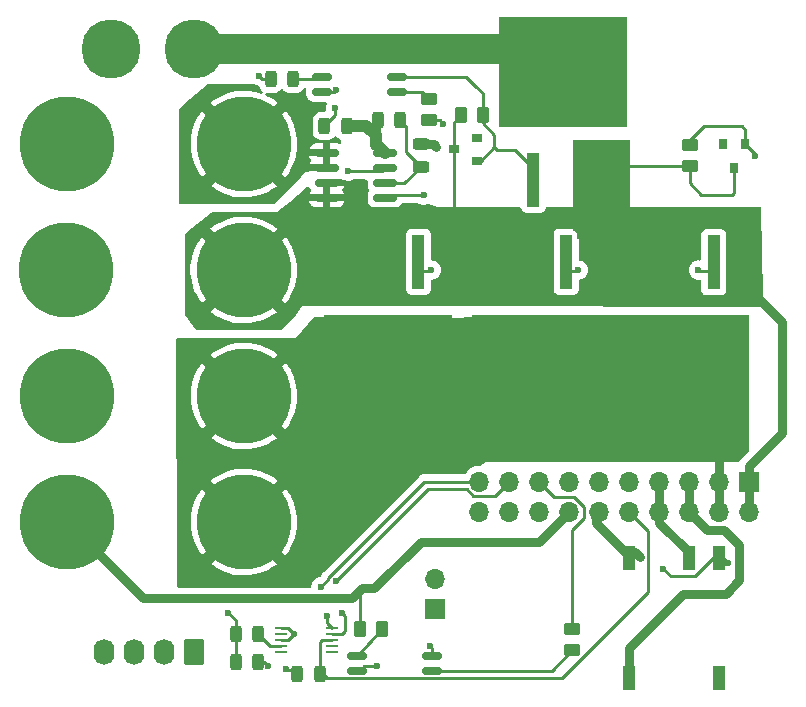
<source format=gtl>
%TF.GenerationSoftware,KiCad,Pcbnew,6.0.0-rc2*%
%TF.CreationDate,2022-01-03T19:22:05-08:00*%
%TF.ProjectId,acorn-power-electronics,61636f72-6e2d-4706-9f77-65722d656c65,rev?*%
%TF.SameCoordinates,Original*%
%TF.FileFunction,Copper,L1,Top*%
%TF.FilePolarity,Positive*%
%FSLAX46Y46*%
G04 Gerber Fmt 4.6, Leading zero omitted, Abs format (unit mm)*
G04 Created by KiCad (PCBNEW 6.0.0-rc2) date 2022-01-03 19:22:05*
%MOMM*%
%LPD*%
G01*
G04 APERTURE LIST*
G04 Aperture macros list*
%AMRoundRect*
0 Rectangle with rounded corners*
0 $1 Rounding radius*
0 $2 $3 $4 $5 $6 $7 $8 $9 X,Y pos of 4 corners*
0 Add a 4 corners polygon primitive as box body*
4,1,4,$2,$3,$4,$5,$6,$7,$8,$9,$2,$3,0*
0 Add four circle primitives for the rounded corners*
1,1,$1+$1,$2,$3*
1,1,$1+$1,$4,$5*
1,1,$1+$1,$6,$7*
1,1,$1+$1,$8,$9*
0 Add four rect primitives between the rounded corners*
20,1,$1+$1,$2,$3,$4,$5,0*
20,1,$1+$1,$4,$5,$6,$7,0*
20,1,$1+$1,$6,$7,$8,$9,0*
20,1,$1+$1,$8,$9,$2,$3,0*%
G04 Aperture macros list end*
%TA.AperFunction,ComponentPad*%
%ADD10C,8.000000*%
%TD*%
%TA.AperFunction,ComponentPad*%
%ADD11R,1.700000X1.700000*%
%TD*%
%TA.AperFunction,ComponentPad*%
%ADD12O,1.700000X1.700000*%
%TD*%
%TA.AperFunction,SMDPad,CuDef*%
%ADD13RoundRect,0.243750X-0.456250X0.243750X-0.456250X-0.243750X0.456250X-0.243750X0.456250X0.243750X0*%
%TD*%
%TA.AperFunction,SMDPad,CuDef*%
%ADD14RoundRect,0.243750X0.243750X0.456250X-0.243750X0.456250X-0.243750X-0.456250X0.243750X-0.456250X0*%
%TD*%
%TA.AperFunction,SMDPad,CuDef*%
%ADD15RoundRect,0.243750X-0.243750X-0.456250X0.243750X-0.456250X0.243750X0.456250X-0.243750X0.456250X0*%
%TD*%
%TA.AperFunction,SMDPad,CuDef*%
%ADD16RoundRect,0.150000X-0.825000X-0.150000X0.825000X-0.150000X0.825000X0.150000X-0.825000X0.150000X0*%
%TD*%
%TA.AperFunction,SMDPad,CuDef*%
%ADD17R,1.100000X0.250000*%
%TD*%
%TA.AperFunction,SMDPad,CuDef*%
%ADD18R,1.100000X4.600000*%
%TD*%
%TA.AperFunction,SMDPad,CuDef*%
%ADD19R,10.800000X9.400000*%
%TD*%
%TA.AperFunction,ComponentPad*%
%ADD20RoundRect,0.250000X0.620000X0.845000X-0.620000X0.845000X-0.620000X-0.845000X0.620000X-0.845000X0*%
%TD*%
%TA.AperFunction,ComponentPad*%
%ADD21O,1.740000X2.190000*%
%TD*%
%TA.AperFunction,SMDPad,CuDef*%
%ADD22RoundRect,0.250000X0.262500X0.450000X-0.262500X0.450000X-0.262500X-0.450000X0.262500X-0.450000X0*%
%TD*%
%TA.AperFunction,SMDPad,CuDef*%
%ADD23RoundRect,0.150000X-0.662500X-0.150000X0.662500X-0.150000X0.662500X0.150000X-0.662500X0.150000X0*%
%TD*%
%TA.AperFunction,SMDPad,CuDef*%
%ADD24RoundRect,0.150000X0.662500X0.150000X-0.662500X0.150000X-0.662500X-0.150000X0.662500X-0.150000X0*%
%TD*%
%TA.AperFunction,SMDPad,CuDef*%
%ADD25R,1.000000X2.100000*%
%TD*%
%TA.AperFunction,SMDPad,CuDef*%
%ADD26RoundRect,0.250000X0.450000X-0.262500X0.450000X0.262500X-0.450000X0.262500X-0.450000X-0.262500X0*%
%TD*%
%TA.AperFunction,ComponentPad*%
%ADD27C,5.000000*%
%TD*%
%TA.AperFunction,SMDPad,CuDef*%
%ADD28R,0.800000X0.900000*%
%TD*%
%TA.AperFunction,SMDPad,CuDef*%
%ADD29RoundRect,0.250000X-0.262500X-0.450000X0.262500X-0.450000X0.262500X0.450000X-0.262500X0.450000X0*%
%TD*%
%TA.AperFunction,SMDPad,CuDef*%
%ADD30R,0.900000X0.800000*%
%TD*%
%TA.AperFunction,SMDPad,CuDef*%
%ADD31RoundRect,0.250000X-0.450000X0.262500X-0.450000X-0.262500X0.450000X-0.262500X0.450000X0.262500X0*%
%TD*%
%TA.AperFunction,ViaPad*%
%ADD32C,0.600000*%
%TD*%
%TA.AperFunction,Conductor*%
%ADD33C,0.250000*%
%TD*%
%TA.AperFunction,Conductor*%
%ADD34C,0.800000*%
%TD*%
%TA.AperFunction,Conductor*%
%ADD35C,1.000000*%
%TD*%
%TA.AperFunction,Conductor*%
%ADD36C,2.500000*%
%TD*%
G04 APERTURE END LIST*
D10*
X70224000Y-129540000D03*
X85224000Y-129540000D03*
D11*
X128000000Y-126125000D03*
D12*
X128000000Y-128665000D03*
X125460000Y-126125000D03*
X125460000Y-128665000D03*
X122920000Y-126125000D03*
X122920000Y-128665000D03*
X120380000Y-126125000D03*
X120380000Y-128665000D03*
X117840000Y-126125000D03*
X117840000Y-128665000D03*
X115300000Y-126125000D03*
X115300000Y-128665000D03*
X112760000Y-126125000D03*
X112760000Y-128665000D03*
X110220000Y-126125000D03*
X110220000Y-128665000D03*
X107680000Y-126125000D03*
X107680000Y-128665000D03*
X105140000Y-126125000D03*
X105140000Y-128665000D03*
D13*
X100200000Y-97562500D03*
X100200000Y-99437500D03*
D14*
X86437500Y-139000000D03*
X84562500Y-139000000D03*
D15*
X96546500Y-95500000D03*
X98421500Y-95500000D03*
D11*
X101400000Y-136875000D03*
D12*
X101400000Y-134335000D03*
D10*
X70224000Y-118872000D03*
X85224000Y-118872000D03*
D15*
X93921500Y-96000000D03*
X92046500Y-96000000D03*
D10*
X70200000Y-108204000D03*
X85200000Y-108204000D03*
D15*
X84562500Y-141400000D03*
X86437500Y-141400000D03*
D16*
X92225000Y-98281000D03*
X92225000Y-99551000D03*
X92225000Y-100821000D03*
X92225000Y-102091000D03*
X97175000Y-102091000D03*
X97175000Y-100821000D03*
X97175000Y-99551000D03*
X97175000Y-98281000D03*
D10*
X70224000Y-97536000D03*
X85224000Y-97536000D03*
D15*
X89762500Y-142400000D03*
X91637500Y-142400000D03*
X87500000Y-92000000D03*
X89375000Y-92000000D03*
D17*
X88350000Y-138500000D03*
X88350000Y-139000000D03*
X88350000Y-139500000D03*
X88350000Y-140000000D03*
X88350000Y-140500000D03*
X92650000Y-140500000D03*
X92650000Y-140000000D03*
X92650000Y-139500000D03*
X92650000Y-139000000D03*
X92650000Y-138500000D03*
D18*
X112504000Y-107507000D03*
X107424000Y-107507000D03*
D19*
X109964000Y-116657000D03*
D20*
X81000000Y-140520000D03*
D21*
X78460000Y-140520000D03*
X75920000Y-140520000D03*
X73380000Y-140520000D03*
D22*
X105444500Y-95110000D03*
X103619500Y-95110000D03*
D18*
X109740000Y-100563000D03*
X114820000Y-100563000D03*
D19*
X112280000Y-91413000D03*
D18*
X100004000Y-107507000D03*
X94924000Y-107507000D03*
D19*
X97464000Y-116657000D03*
D18*
X125004000Y-107531000D03*
X119924000Y-107531000D03*
D19*
X122464000Y-116681000D03*
D23*
X91812500Y-91865000D03*
X91812500Y-93135000D03*
X98187500Y-93135000D03*
X98187500Y-91865000D03*
D24*
X101187500Y-142135000D03*
X101187500Y-140865000D03*
X94812500Y-140865000D03*
X94812500Y-142135000D03*
D25*
X125410000Y-132620500D03*
X122870000Y-132620500D03*
X117790000Y-132620500D03*
X117790000Y-142720500D03*
X125410000Y-142720500D03*
D26*
X100892000Y-95512500D03*
X100892000Y-93687500D03*
D27*
X81000000Y-89500000D03*
X74000000Y-89500000D03*
D28*
X125768000Y-97536000D03*
X126718000Y-99536000D03*
X127668000Y-97536000D03*
D29*
X95087500Y-138600000D03*
X96912500Y-138600000D03*
D30*
X105002000Y-97028000D03*
X103002000Y-97978000D03*
X105002000Y-98928000D03*
D31*
X113000000Y-138587500D03*
X113000000Y-140412500D03*
X122968000Y-97603500D03*
X122968000Y-99428500D03*
D32*
X88750000Y-142000000D03*
X126250000Y-133000000D03*
X101000000Y-140000000D03*
X89500000Y-139000000D03*
X93000000Y-93000000D03*
X92964000Y-94488000D03*
X120750000Y-133500000D03*
X100457000Y-101854000D03*
X87250000Y-141750000D03*
X101500000Y-97750000D03*
X118750000Y-132500000D03*
X96400000Y-96800000D03*
X96400000Y-97600000D03*
X123698000Y-108204000D03*
X113538000Y-108204000D03*
X101092000Y-108204000D03*
X128524000Y-98552000D03*
X96530000Y-141732000D03*
X86500000Y-91750000D03*
X83900000Y-137200000D03*
X94030000Y-99830000D03*
X102108000Y-95800000D03*
X93000000Y-134500000D03*
X93500000Y-137250000D03*
X91750000Y-135000000D03*
X92250000Y-137500000D03*
X122400000Y-135600000D03*
X121600000Y-136400000D03*
D33*
X100457000Y-101854000D02*
X97412000Y-101854000D01*
X97412000Y-101854000D02*
X97175000Y-102091000D01*
X92964000Y-95082500D02*
X92046500Y-96000000D01*
X121362000Y-134112000D02*
X120750000Y-133500000D01*
D34*
X118362500Y-132112500D02*
X118750000Y-132500000D01*
D33*
X88350000Y-139500000D02*
X89000000Y-139500000D01*
X86437500Y-141400000D02*
X86900000Y-141400000D01*
X86900000Y-141400000D02*
X87250000Y-141750000D01*
D34*
X117512500Y-132112500D02*
X115000000Y-129600000D01*
X117790000Y-132112500D02*
X118362500Y-132112500D01*
D33*
X125410000Y-132160000D02*
X125410000Y-132112500D01*
X89000000Y-138500000D02*
X89500000Y-139000000D01*
X91812500Y-93135000D02*
X92865000Y-93135000D01*
D34*
X115000000Y-128971000D02*
X115306000Y-128665000D01*
D33*
X125410000Y-132112500D02*
X123410500Y-134112000D01*
D34*
X100200000Y-97562500D02*
X101312500Y-97562500D01*
D33*
X88350000Y-138500000D02*
X89000000Y-138500000D01*
X88850000Y-142100000D02*
X88750000Y-142000000D01*
X89000000Y-139500000D02*
X89500000Y-139000000D01*
D34*
X117790000Y-132112500D02*
X117512500Y-132112500D01*
D33*
X92865000Y-93135000D02*
X93000000Y-93000000D01*
X126250000Y-133000000D02*
X125410000Y-132160000D01*
X101187500Y-140187500D02*
X101000000Y-140000000D01*
X101187500Y-140865000D02*
X101187500Y-140187500D01*
D34*
X101312500Y-97562500D02*
X101500000Y-97750000D01*
D33*
X92964000Y-94488000D02*
X92964000Y-95082500D01*
D34*
X115000000Y-129600000D02*
X115000000Y-128971000D01*
D33*
X123410500Y-134112000D02*
X121362000Y-134112000D01*
X89762500Y-142100000D02*
X88850000Y-142100000D01*
X119474511Y-130293511D02*
X117846000Y-128665000D01*
X119474511Y-135469909D02*
X119474511Y-130293511D01*
D35*
X96400000Y-96800000D02*
X96400000Y-97600000D01*
D34*
X96400000Y-95646500D02*
X96400000Y-96800000D01*
D35*
X96400000Y-97600000D02*
X96494000Y-97600000D01*
D33*
X112184900Y-142759520D02*
X119474511Y-135469909D01*
X92297020Y-142759520D02*
X112184900Y-142759520D01*
X91637500Y-139688478D02*
X91637500Y-142100000D01*
X92650000Y-139500000D02*
X91825978Y-139500000D01*
X91637500Y-142100000D02*
X92297020Y-142759520D01*
D35*
X95600000Y-96000000D02*
X96400000Y-96800000D01*
X93921500Y-96000000D02*
X95600000Y-96000000D01*
X96494000Y-97600000D02*
X97175000Y-98281000D01*
D33*
X91825978Y-139500000D02*
X91637500Y-139688478D01*
D34*
X96546500Y-95500000D02*
X96400000Y-95646500D01*
X120386000Y-126125000D02*
X120386000Y-128665000D01*
X120386000Y-128665000D02*
X120386000Y-129628500D01*
X120386000Y-129628500D02*
X122870000Y-132112500D01*
X125466000Y-120666000D02*
X125000000Y-120200000D01*
X125466000Y-128665000D02*
X125466000Y-126125000D01*
X125466000Y-126125000D02*
X125466000Y-120666000D01*
D33*
X113473000Y-108269000D02*
X113538000Y-108204000D01*
X100004000Y-108269000D02*
X101027000Y-108269000D01*
X96530000Y-141732000D02*
X95433228Y-141732000D01*
X95030228Y-142135000D02*
X94812500Y-142135000D01*
X122968000Y-97216000D02*
X122968000Y-97603500D01*
X127668000Y-96316000D02*
X127368000Y-96016000D01*
X112504000Y-108269000D02*
X113473000Y-108269000D01*
X95433228Y-141732000D02*
X95030228Y-142135000D01*
X125004000Y-108293000D02*
X123787000Y-108293000D01*
X127368000Y-96016000D02*
X124168000Y-96016000D01*
X128524000Y-98552000D02*
X128524000Y-98392000D01*
X124168000Y-96016000D02*
X122968000Y-97216000D01*
X123787000Y-108293000D02*
X123698000Y-108204000D01*
X128524000Y-98392000D02*
X127668000Y-97536000D01*
X127668000Y-97536000D02*
X127668000Y-96316000D01*
X101027000Y-108269000D02*
X101092000Y-108204000D01*
X86750000Y-92000000D02*
X86500000Y-91750000D01*
X87500000Y-92000000D02*
X86750000Y-92000000D01*
X101187500Y-142135000D02*
X111277500Y-142135000D01*
X111277500Y-142135000D02*
X113000000Y-140412500D01*
X89375000Y-92000000D02*
X91677500Y-92000000D01*
X91677500Y-92000000D02*
X91812500Y-91865000D01*
X97175000Y-100821000D02*
X98816500Y-100821000D01*
X98816500Y-100821000D02*
X100200000Y-99437500D01*
X98951203Y-95986297D02*
X98951203Y-98188703D01*
X98951203Y-98188703D02*
X100200000Y-99437500D01*
X84562500Y-141400000D02*
X84562500Y-139000000D01*
X84562500Y-137862500D02*
X83900000Y-137200000D01*
X96896000Y-99830000D02*
X97175000Y-99551000D01*
X94030000Y-99830000D02*
X96896000Y-99830000D01*
X84562500Y-139000000D02*
X84562500Y-137862500D01*
D34*
X110231000Y-131200000D02*
X112766000Y-128665000D01*
X95504000Y-135128000D02*
X95250000Y-135128000D01*
X100194000Y-131200000D02*
X110231000Y-131200000D01*
X96266000Y-135128000D02*
X100194000Y-131200000D01*
X94378000Y-136000000D02*
X76684000Y-136000000D01*
D33*
X95087500Y-135544500D02*
X95087500Y-138600000D01*
X95504000Y-135128000D02*
X95087500Y-135544500D01*
D34*
X95504000Y-135128000D02*
X96266000Y-135128000D01*
D33*
X102108000Y-95800000D02*
X101820500Y-95512500D01*
D34*
X76684000Y-136000000D02*
X70224000Y-129540000D01*
D33*
X101820500Y-95512500D02*
X101400000Y-95512500D01*
D34*
X95250000Y-135128000D02*
X94378000Y-136000000D01*
D33*
X106426000Y-96774000D02*
X106426000Y-97790000D01*
X104057000Y-91865000D02*
X104902000Y-92710000D01*
X108204000Y-98044000D02*
X106680000Y-98044000D01*
X105444500Y-93252500D02*
X104902000Y-92710000D01*
X105444500Y-95792500D02*
X106426000Y-96774000D01*
X105288000Y-98928000D02*
X105002000Y-98928000D01*
X105444500Y-95110000D02*
X105444500Y-95792500D01*
X105444500Y-95110000D02*
X105444500Y-93252500D01*
X109740000Y-99580000D02*
X108204000Y-98044000D01*
X98187500Y-91865000D02*
X104057000Y-91865000D01*
X106426000Y-97790000D02*
X105288000Y-98928000D01*
X106680000Y-98044000D02*
X106426000Y-97790000D01*
X109740000Y-100563000D02*
X109740000Y-99580000D01*
X100770000Y-126730000D02*
X93000000Y-134500000D01*
X93750000Y-138750000D02*
X93500000Y-139000000D01*
X93750000Y-137500000D02*
X93750000Y-138750000D01*
X93500000Y-137250000D02*
X93750000Y-137500000D01*
X93500000Y-139000000D02*
X92650000Y-139000000D01*
X104653501Y-127299511D02*
X104083990Y-126730000D01*
X107686000Y-126125000D02*
X106511489Y-127299511D01*
X106511489Y-127299511D02*
X104653501Y-127299511D01*
X104083990Y-126730000D02*
X100770000Y-126730000D01*
X100491821Y-126125000D02*
X92375499Y-134241322D01*
X92375499Y-134374501D02*
X91750000Y-135000000D01*
X105146000Y-126125000D02*
X100491821Y-126125000D01*
X92375499Y-134241322D02*
X92375499Y-134374501D01*
X92250000Y-137500000D02*
X92250000Y-138100000D01*
X92250000Y-138100000D02*
X92650000Y-138500000D01*
X88350000Y-140000000D02*
X87437500Y-140000000D01*
X87437500Y-140000000D02*
X86437500Y-139000000D01*
D34*
X122920000Y-128665000D02*
X122920000Y-126125000D01*
X126020000Y-135600000D02*
X127149511Y-134470489D01*
X122400000Y-135600000D02*
X126020000Y-135600000D01*
X125880000Y-130180000D02*
X124435000Y-130180000D01*
X117790000Y-140210000D02*
X122400000Y-135600000D01*
X124435000Y-130180000D02*
X122920000Y-128665000D01*
X127149511Y-134470489D02*
X127149511Y-131449511D01*
X117790000Y-142212500D02*
X117790000Y-140210000D01*
X127149511Y-131449511D02*
X125880000Y-130180000D01*
D33*
X110220000Y-126125000D02*
X111475000Y-127380000D01*
X114050000Y-129190000D02*
X113000000Y-130240000D01*
X114050000Y-128293990D02*
X114050000Y-129190000D01*
X111475000Y-127380000D02*
X113136010Y-127380000D01*
X113136010Y-127380000D02*
X114050000Y-128293990D01*
X113000000Y-130240000D02*
X113000000Y-138587500D01*
D36*
X110367000Y-89500000D02*
X81000000Y-89500000D01*
X112280000Y-91413000D02*
X110367000Y-89500000D01*
D33*
X94812500Y-140865000D02*
X96912500Y-138600000D01*
X100339500Y-93135000D02*
X100892000Y-93687500D01*
X98187500Y-93135000D02*
X100339500Y-93135000D01*
X103002000Y-97978000D02*
X103002000Y-103256000D01*
D34*
X130800000Y-112600000D02*
X128270000Y-110070000D01*
D33*
X126568000Y-101816000D02*
X123968000Y-101816000D01*
X103002000Y-95727500D02*
X103002000Y-97978000D01*
X126718000Y-99536000D02*
X126718000Y-101666000D01*
D34*
X128006000Y-124794000D02*
X130800000Y-122000000D01*
D33*
X123968000Y-101816000D02*
X122968000Y-100816000D01*
X122968000Y-99428500D02*
X116979500Y-99428500D01*
D34*
X130800000Y-122000000D02*
X130800000Y-112600000D01*
X128270000Y-110070000D02*
X128270000Y-107696000D01*
D33*
X126718000Y-101666000D02*
X126568000Y-101816000D01*
D34*
X128006000Y-128665000D02*
X128006000Y-124794000D01*
D33*
X103619500Y-95110000D02*
X103002000Y-95727500D01*
X116979500Y-99428500D02*
X115845000Y-100563000D01*
X115845000Y-100563000D02*
X114820000Y-100563000D01*
X122968000Y-100816000D02*
X122968000Y-99428500D01*
%TA.AperFunction,Conductor*%
G36*
X127957979Y-112034002D02*
G01*
X128004472Y-112087658D01*
X128015858Y-112140140D01*
X128003168Y-123384555D01*
X128003083Y-123460056D01*
X127983004Y-123528154D01*
X127966178Y-123549009D01*
X127421168Y-124094019D01*
X127406135Y-124106860D01*
X127394747Y-124115134D01*
X127390327Y-124120043D01*
X127348984Y-124165959D01*
X127344443Y-124170744D01*
X127329928Y-124185259D01*
X127327852Y-124187823D01*
X127317006Y-124201216D01*
X127312722Y-124206231D01*
X127271381Y-124252145D01*
X127271377Y-124252150D01*
X127266960Y-124257056D01*
X127263660Y-124262772D01*
X127263657Y-124262776D01*
X127259927Y-124269237D01*
X127248727Y-124285533D01*
X127239871Y-124296470D01*
X127213119Y-124348974D01*
X127164371Y-124400589D01*
X127101101Y-124417771D01*
X116715589Y-124438229D01*
X105684119Y-124459960D01*
X105684118Y-124459960D01*
X105666004Y-124459996D01*
X105438579Y-124636856D01*
X105304853Y-124740850D01*
X105238800Y-124766879D01*
X105225965Y-124767377D01*
X105205829Y-124767131D01*
X105050081Y-124765228D01*
X105050079Y-124765228D01*
X105044911Y-124765165D01*
X104824091Y-124798955D01*
X104611756Y-124868357D01*
X104413607Y-124971507D01*
X104409474Y-124974610D01*
X104409471Y-124974612D01*
X104239100Y-125102530D01*
X104234965Y-125105635D01*
X104080629Y-125267138D01*
X104077715Y-125271410D01*
X104077714Y-125271411D01*
X103965095Y-125436504D01*
X103910184Y-125481507D01*
X103861007Y-125491500D01*
X100570589Y-125491500D01*
X100559406Y-125490973D01*
X100551913Y-125489298D01*
X100543987Y-125489547D01*
X100543986Y-125489547D01*
X100483823Y-125491438D01*
X100479865Y-125491500D01*
X100451965Y-125491500D01*
X100447975Y-125492004D01*
X100436141Y-125492936D01*
X100391932Y-125494326D01*
X100384316Y-125496539D01*
X100384314Y-125496539D01*
X100372473Y-125499979D01*
X100353114Y-125503988D01*
X100351804Y-125504154D01*
X100333024Y-125506526D01*
X100325658Y-125509442D01*
X100325652Y-125509444D01*
X100291919Y-125522800D01*
X100280689Y-125526645D01*
X100245838Y-125536770D01*
X100238228Y-125538981D01*
X100231405Y-125543016D01*
X100220787Y-125549295D01*
X100203034Y-125557992D01*
X100195389Y-125561019D01*
X100184204Y-125565448D01*
X100177789Y-125570109D01*
X100148433Y-125591437D01*
X100138516Y-125597951D01*
X100100459Y-125620458D01*
X100086138Y-125634779D01*
X100071105Y-125647619D01*
X100054714Y-125659528D01*
X100049663Y-125665634D01*
X100026523Y-125693605D01*
X100018533Y-125702384D01*
X91983246Y-133737670D01*
X91974960Y-133745210D01*
X91968481Y-133749322D01*
X91963056Y-133755099D01*
X91921856Y-133798973D01*
X91919101Y-133801815D01*
X91899364Y-133821552D01*
X91896884Y-133824749D01*
X91889181Y-133833769D01*
X91858913Y-133866001D01*
X91855094Y-133872947D01*
X91855092Y-133872950D01*
X91849151Y-133883756D01*
X91838300Y-133900275D01*
X91825885Y-133916281D01*
X91822740Y-133923550D01*
X91822737Y-133923554D01*
X91808325Y-133956859D01*
X91803108Y-133967509D01*
X91781804Y-134006262D01*
X91779833Y-134013937D01*
X91779833Y-134013938D01*
X91776766Y-134025884D01*
X91770362Y-134044588D01*
X91762318Y-134063177D01*
X91761082Y-134070979D01*
X91729188Y-134124907D01*
X91688908Y-134165187D01*
X91626596Y-134199213D01*
X91612986Y-134201402D01*
X91604210Y-134202324D01*
X91582288Y-134204628D01*
X91582286Y-134204628D01*
X91575288Y-134205364D01*
X91403579Y-134263818D01*
X91361918Y-134289448D01*
X91255095Y-134355166D01*
X91255092Y-134355168D01*
X91249088Y-134358862D01*
X91244053Y-134363793D01*
X91244050Y-134363795D01*
X91124525Y-134480843D01*
X91119493Y-134485771D01*
X91021235Y-134638238D01*
X91018826Y-134644858D01*
X91018824Y-134644861D01*
X90977623Y-134758061D01*
X90959197Y-134808685D01*
X90958314Y-134815675D01*
X90937391Y-134981292D01*
X90909009Y-135046369D01*
X90849949Y-135085770D01*
X90812385Y-135091500D01*
X79724957Y-135091500D01*
X79656836Y-135071498D01*
X79610343Y-135017842D01*
X79598961Y-134966481D01*
X79584131Y-133061783D01*
X82415203Y-133061783D01*
X82422841Y-133072324D01*
X82569218Y-133189175D01*
X82573801Y-133192505D01*
X82910867Y-133414759D01*
X82915763Y-133417677D01*
X83271543Y-133608444D01*
X83276717Y-133610923D01*
X83648339Y-133768668D01*
X83653674Y-133770652D01*
X84038069Y-133894068D01*
X84043570Y-133895563D01*
X84437575Y-133983633D01*
X84443187Y-133984622D01*
X84843538Y-134036619D01*
X84849244Y-134037098D01*
X85252642Y-134052595D01*
X85258368Y-134052555D01*
X85661518Y-134031427D01*
X85667199Y-134030870D01*
X86066795Y-133973288D01*
X86072390Y-133972220D01*
X86465123Y-133878657D01*
X86470605Y-133877086D01*
X86853233Y-133748318D01*
X86858563Y-133746250D01*
X87227946Y-133583332D01*
X87233053Y-133580797D01*
X87586145Y-133385075D01*
X87591024Y-133382074D01*
X87924916Y-133155162D01*
X87929487Y-133151742D01*
X88024826Y-133073431D01*
X88033286Y-133060999D01*
X88027036Y-133050143D01*
X85236812Y-130259919D01*
X85222868Y-130252305D01*
X85221035Y-130252436D01*
X85214420Y-130256687D01*
X82422275Y-133048832D01*
X82415203Y-133061783D01*
X79584131Y-133061783D01*
X79557915Y-129694638D01*
X80713964Y-129694638D01*
X80714163Y-129700343D01*
X80746540Y-130102753D01*
X80747258Y-130108430D01*
X80815970Y-130506229D01*
X80817201Y-130511829D01*
X80921689Y-130901786D01*
X80923413Y-130907219D01*
X81062817Y-131286108D01*
X81065025Y-131291362D01*
X81238192Y-131656050D01*
X81240877Y-131661099D01*
X81446390Y-132008606D01*
X81449500Y-132013358D01*
X81685670Y-132340814D01*
X81688005Y-132343761D01*
X81700872Y-132352001D01*
X81710784Y-132346109D01*
X84504081Y-129552812D01*
X84510459Y-129541132D01*
X85936305Y-129541132D01*
X85936436Y-129542965D01*
X85940687Y-129549580D01*
X88734029Y-132342922D01*
X88747475Y-132350264D01*
X88757312Y-132343344D01*
X88797611Y-132295656D01*
X88801097Y-132291130D01*
X89032659Y-131960424D01*
X89035716Y-131955608D01*
X89236350Y-131605281D01*
X89238962Y-131600199D01*
X89407020Y-131233127D01*
X89409159Y-131227834D01*
X89543255Y-130847047D01*
X89544908Y-130841573D01*
X89643939Y-130450206D01*
X89645090Y-130444600D01*
X89708245Y-130045854D01*
X89708880Y-130040192D01*
X89735709Y-129636260D01*
X89735843Y-129632753D01*
X89736796Y-129541773D01*
X89736734Y-129538225D01*
X89718371Y-129133843D01*
X89717855Y-129128165D01*
X89663063Y-128728177D01*
X89662036Y-128722577D01*
X89571216Y-128329198D01*
X89569682Y-128323702D01*
X89443588Y-127940183D01*
X89441558Y-127934841D01*
X89281226Y-127564336D01*
X89278722Y-127559202D01*
X89085471Y-127204752D01*
X89082508Y-127199861D01*
X88857929Y-126864387D01*
X88854534Y-126859784D01*
X88757112Y-126739478D01*
X88744854Y-126731010D01*
X88733764Y-126737343D01*
X85943919Y-129527188D01*
X85936305Y-129541132D01*
X84510459Y-129541132D01*
X84511695Y-129538868D01*
X84511564Y-129537035D01*
X84507313Y-129530420D01*
X81713862Y-126736969D01*
X81701423Y-126730177D01*
X81690209Y-126738544D01*
X81502139Y-126988120D01*
X81498906Y-126992843D01*
X81286173Y-127335946D01*
X81283379Y-127340946D01*
X81102624Y-127701905D01*
X81100290Y-127707147D01*
X80952992Y-128083009D01*
X80951149Y-128088422D01*
X80838517Y-128476103D01*
X80837175Y-128481653D01*
X80760142Y-128877952D01*
X80759309Y-128883593D01*
X80718512Y-129285234D01*
X80718192Y-129290958D01*
X80713964Y-129694638D01*
X79557915Y-129694638D01*
X79529290Y-126018156D01*
X82414647Y-126018156D01*
X82421299Y-126030192D01*
X85211188Y-128820081D01*
X85225132Y-128827695D01*
X85226965Y-128827564D01*
X85233580Y-128823313D01*
X88027610Y-126029283D01*
X88035018Y-126015716D01*
X88028276Y-126006060D01*
X88004533Y-125985711D01*
X88000040Y-125982200D01*
X87670969Y-125748341D01*
X87666146Y-125745233D01*
X87317242Y-125542166D01*
X87312177Y-125539519D01*
X86946296Y-125368905D01*
X86941003Y-125366724D01*
X86561166Y-125229973D01*
X86555706Y-125228284D01*
X86165036Y-125126522D01*
X86159446Y-125125334D01*
X85761154Y-125059397D01*
X85755490Y-125058721D01*
X85352851Y-125029153D01*
X85347150Y-125028994D01*
X84943489Y-125036040D01*
X84937801Y-125036398D01*
X84536457Y-125079998D01*
X84530787Y-125080876D01*
X84135058Y-125160669D01*
X84129512Y-125162051D01*
X83742627Y-125277387D01*
X83737223Y-125279269D01*
X83362396Y-125429189D01*
X83357189Y-125431551D01*
X82997475Y-125614834D01*
X82992510Y-125617655D01*
X82650900Y-125832779D01*
X82646206Y-125836040D01*
X82423108Y-126006611D01*
X82414647Y-126018156D01*
X79529290Y-126018156D01*
X79501071Y-122393783D01*
X82415203Y-122393783D01*
X82422841Y-122404324D01*
X82569218Y-122521175D01*
X82573801Y-122524505D01*
X82910867Y-122746759D01*
X82915763Y-122749677D01*
X83271543Y-122940444D01*
X83276717Y-122942923D01*
X83648339Y-123100668D01*
X83653674Y-123102652D01*
X84038069Y-123226068D01*
X84043570Y-123227563D01*
X84437575Y-123315633D01*
X84443187Y-123316622D01*
X84843538Y-123368619D01*
X84849244Y-123369098D01*
X85252642Y-123384595D01*
X85258368Y-123384555D01*
X85661518Y-123363427D01*
X85667199Y-123362870D01*
X86066795Y-123305288D01*
X86072390Y-123304220D01*
X86465123Y-123210657D01*
X86470605Y-123209086D01*
X86853233Y-123080318D01*
X86858563Y-123078250D01*
X87227946Y-122915332D01*
X87233053Y-122912797D01*
X87586145Y-122717075D01*
X87591024Y-122714074D01*
X87924916Y-122487162D01*
X87929487Y-122483742D01*
X88024826Y-122405431D01*
X88033286Y-122392999D01*
X88027036Y-122382143D01*
X85236812Y-119591919D01*
X85222868Y-119584305D01*
X85221035Y-119584436D01*
X85214420Y-119588687D01*
X82422275Y-122380832D01*
X82415203Y-122393783D01*
X79501071Y-122393783D01*
X79479256Y-119591919D01*
X79474855Y-119026638D01*
X80713964Y-119026638D01*
X80714163Y-119032343D01*
X80746540Y-119434753D01*
X80747258Y-119440430D01*
X80815970Y-119838229D01*
X80817201Y-119843829D01*
X80921689Y-120233786D01*
X80923413Y-120239219D01*
X81062817Y-120618108D01*
X81065025Y-120623362D01*
X81238192Y-120988050D01*
X81240877Y-120993099D01*
X81446390Y-121340606D01*
X81449500Y-121345358D01*
X81685670Y-121672814D01*
X81688005Y-121675761D01*
X81700872Y-121684001D01*
X81710784Y-121678109D01*
X84504081Y-118884812D01*
X84510459Y-118873132D01*
X85936305Y-118873132D01*
X85936436Y-118874965D01*
X85940687Y-118881580D01*
X88734029Y-121674922D01*
X88747475Y-121682264D01*
X88757312Y-121675344D01*
X88797611Y-121627656D01*
X88801097Y-121623130D01*
X89032659Y-121292424D01*
X89035716Y-121287608D01*
X89236350Y-120937281D01*
X89238962Y-120932199D01*
X89407020Y-120565127D01*
X89409159Y-120559834D01*
X89543255Y-120179047D01*
X89544908Y-120173573D01*
X89643939Y-119782206D01*
X89645090Y-119776600D01*
X89708245Y-119377854D01*
X89708880Y-119372192D01*
X89735709Y-118968260D01*
X89735843Y-118964753D01*
X89736796Y-118873773D01*
X89736734Y-118870225D01*
X89718371Y-118465843D01*
X89717855Y-118460165D01*
X89663063Y-118060177D01*
X89662036Y-118054577D01*
X89571216Y-117661198D01*
X89569682Y-117655702D01*
X89443588Y-117272183D01*
X89441558Y-117266841D01*
X89281226Y-116896336D01*
X89278722Y-116891202D01*
X89085471Y-116536752D01*
X89082508Y-116531861D01*
X88857929Y-116196387D01*
X88854534Y-116191784D01*
X88757112Y-116071478D01*
X88744854Y-116063010D01*
X88733764Y-116069343D01*
X85943919Y-118859188D01*
X85936305Y-118873132D01*
X84510459Y-118873132D01*
X84511695Y-118870868D01*
X84511564Y-118869035D01*
X84507313Y-118862420D01*
X81713862Y-116068969D01*
X81701423Y-116062177D01*
X81690209Y-116070544D01*
X81502139Y-116320120D01*
X81498906Y-116324843D01*
X81286173Y-116667946D01*
X81283379Y-116672946D01*
X81102624Y-117033905D01*
X81100290Y-117039147D01*
X80952992Y-117415009D01*
X80951149Y-117420422D01*
X80838517Y-117808103D01*
X80837175Y-117813653D01*
X80760142Y-118209952D01*
X80759309Y-118215593D01*
X80718512Y-118617234D01*
X80718192Y-118622958D01*
X80713964Y-119026638D01*
X79474855Y-119026638D01*
X79446230Y-115350156D01*
X82414647Y-115350156D01*
X82421299Y-115362192D01*
X85211188Y-118152081D01*
X85225132Y-118159695D01*
X85226965Y-118159564D01*
X85233580Y-118155313D01*
X88027610Y-115361283D01*
X88035018Y-115347716D01*
X88028276Y-115338060D01*
X88004533Y-115317711D01*
X88000040Y-115314200D01*
X87670969Y-115080341D01*
X87666146Y-115077233D01*
X87317242Y-114874166D01*
X87312177Y-114871519D01*
X86946296Y-114700905D01*
X86941003Y-114698724D01*
X86561166Y-114561973D01*
X86555706Y-114560284D01*
X86165036Y-114458522D01*
X86159446Y-114457334D01*
X85761154Y-114391397D01*
X85755490Y-114390721D01*
X85352851Y-114361153D01*
X85347150Y-114360994D01*
X84943489Y-114368040D01*
X84937801Y-114368398D01*
X84536457Y-114411998D01*
X84530787Y-114412876D01*
X84135058Y-114492669D01*
X84129512Y-114494051D01*
X83742627Y-114609387D01*
X83737223Y-114611269D01*
X83362396Y-114761189D01*
X83357189Y-114763551D01*
X82997475Y-114946834D01*
X82992510Y-114949655D01*
X82650900Y-115164779D01*
X82646206Y-115168040D01*
X82423108Y-115338611D01*
X82414647Y-115350156D01*
X79446230Y-115350156D01*
X79436684Y-114124158D01*
X79456155Y-114055885D01*
X79509447Y-114008975D01*
X79562628Y-113997178D01*
X89662000Y-113993042D01*
X91147798Y-112209754D01*
X91206771Y-112170221D01*
X91245676Y-112164413D01*
X99068774Y-112231093D01*
X103409672Y-112268092D01*
X105793359Y-112014706D01*
X105806677Y-112014000D01*
X127889858Y-112014000D01*
X127957979Y-112034002D01*
G37*
%TD.AperFunction*%
%TA.AperFunction,Conductor*%
G36*
X95293949Y-100471730D02*
G01*
X95610290Y-100592039D01*
X95666851Y-100634949D01*
X95691234Y-100701628D01*
X95691500Y-100709809D01*
X95691500Y-101037502D01*
X95691693Y-101039950D01*
X95691693Y-101039958D01*
X95693419Y-101061881D01*
X95694438Y-101074831D01*
X95740855Y-101234601D01*
X95825547Y-101377807D01*
X95828229Y-101380489D01*
X95853502Y-101444861D01*
X95839600Y-101514484D01*
X95829428Y-101530312D01*
X95825547Y-101534193D01*
X95740855Y-101677399D01*
X95694438Y-101837169D01*
X95691500Y-101874498D01*
X95691500Y-102307502D01*
X95694438Y-102344831D01*
X95740855Y-102504601D01*
X95744892Y-102511427D01*
X95821509Y-102640980D01*
X95821511Y-102640983D01*
X95825547Y-102647807D01*
X95943193Y-102765453D01*
X95950017Y-102769489D01*
X95950020Y-102769491D01*
X96057589Y-102833107D01*
X96086399Y-102850145D01*
X96094010Y-102852356D01*
X96094012Y-102852357D01*
X96146231Y-102867528D01*
X96246169Y-102896562D01*
X96252574Y-102897066D01*
X96252579Y-102897067D01*
X96281042Y-102899307D01*
X96281050Y-102899307D01*
X96283498Y-102899500D01*
X98066502Y-102899500D01*
X98068950Y-102899307D01*
X98068958Y-102899307D01*
X98097421Y-102897067D01*
X98097426Y-102897066D01*
X98103831Y-102896562D01*
X98203769Y-102867528D01*
X98255988Y-102852357D01*
X98255990Y-102852356D01*
X98263601Y-102850145D01*
X98292411Y-102833107D01*
X98399980Y-102769491D01*
X98399983Y-102769489D01*
X98406807Y-102765453D01*
X98524453Y-102647807D01*
X98528489Y-102640983D01*
X98528491Y-102640980D01*
X98582674Y-102549361D01*
X98634567Y-102500908D01*
X98691127Y-102487500D01*
X99910903Y-102487500D01*
X99979896Y-102508068D01*
X99984718Y-102511223D01*
X100090159Y-102580222D01*
X100096763Y-102582678D01*
X100096765Y-102582679D01*
X100253558Y-102640990D01*
X100253560Y-102640990D01*
X100260168Y-102643448D01*
X100343995Y-102654633D01*
X100432980Y-102666507D01*
X100432984Y-102666507D01*
X100439961Y-102667438D01*
X100446972Y-102666800D01*
X100446976Y-102666800D01*
X100589459Y-102653832D01*
X100620600Y-102650998D01*
X100627302Y-102648820D01*
X100627304Y-102648820D01*
X100793108Y-102594947D01*
X100793874Y-102597305D01*
X100852764Y-102589004D01*
X100879278Y-102595901D01*
X101535968Y-102845648D01*
X101600000Y-102870000D01*
X108565150Y-102870000D01*
X108633271Y-102890002D01*
X108679764Y-102943658D01*
X108687470Y-102966088D01*
X108688255Y-102973316D01*
X108739385Y-103109705D01*
X108826739Y-103226261D01*
X108943295Y-103313615D01*
X109079684Y-103364745D01*
X109141866Y-103371500D01*
X110338134Y-103371500D01*
X110400316Y-103364745D01*
X110536705Y-103313615D01*
X110653261Y-103226261D01*
X110740615Y-103109705D01*
X110791745Y-102973316D01*
X110792489Y-102966465D01*
X110827485Y-102905207D01*
X110890440Y-102872387D01*
X110914850Y-102870000D01*
X113645669Y-102870000D01*
X113713790Y-102890002D01*
X113760283Y-102943658D01*
X113768252Y-102966854D01*
X113771522Y-102980606D01*
X113816676Y-103101054D01*
X113825214Y-103116649D01*
X113901715Y-103218724D01*
X113914276Y-103231285D01*
X114016351Y-103307786D01*
X114031946Y-103316324D01*
X114152394Y-103361478D01*
X114167649Y-103365105D01*
X114218514Y-103370631D01*
X114225328Y-103371000D01*
X114301885Y-103371000D01*
X114317124Y-103366525D01*
X114318329Y-103365135D01*
X114320000Y-103357452D01*
X114320000Y-102870000D01*
X115320000Y-102870000D01*
X115320000Y-103352884D01*
X115324475Y-103368123D01*
X115325865Y-103369328D01*
X115333548Y-103370999D01*
X115414669Y-103370999D01*
X115421490Y-103370629D01*
X115472352Y-103365105D01*
X115487604Y-103361479D01*
X115608054Y-103316324D01*
X115623649Y-103307786D01*
X115725724Y-103231285D01*
X115738285Y-103218724D01*
X115814786Y-103116649D01*
X115823324Y-103101054D01*
X115868478Y-102980606D01*
X115871748Y-102966854D01*
X115906965Y-102905208D01*
X115969921Y-102872387D01*
X115994331Y-102870000D01*
X128908488Y-102870000D01*
X128976609Y-102890002D01*
X129023102Y-102943658D01*
X129034463Y-102993487D01*
X129180299Y-110305971D01*
X129197836Y-111185284D01*
X129179196Y-111253790D01*
X129126478Y-111301343D01*
X129071661Y-111313796D01*
X102375231Y-111271389D01*
X90170403Y-111252001D01*
X90163162Y-111262854D01*
X90163161Y-111262855D01*
X89668908Y-112003646D01*
X89653190Y-112022810D01*
X88428818Y-113247182D01*
X88366506Y-113281208D01*
X88339934Y-113284087D01*
X86700271Y-113286823D01*
X81263880Y-113295893D01*
X81195726Y-113276004D01*
X81162158Y-113244534D01*
X80257353Y-112014000D01*
X80224488Y-111969303D01*
X80200249Y-111902574D01*
X80200000Y-111894663D01*
X80200000Y-111725783D01*
X82391203Y-111725783D01*
X82398841Y-111736324D01*
X82545218Y-111853175D01*
X82549801Y-111856505D01*
X82886867Y-112078759D01*
X82891763Y-112081677D01*
X83247543Y-112272444D01*
X83252717Y-112274923D01*
X83624339Y-112432668D01*
X83629674Y-112434652D01*
X84014069Y-112558068D01*
X84019570Y-112559563D01*
X84413575Y-112647633D01*
X84419187Y-112648622D01*
X84819538Y-112700619D01*
X84825244Y-112701098D01*
X85228642Y-112716595D01*
X85234368Y-112716555D01*
X85637518Y-112695427D01*
X85643199Y-112694870D01*
X86042795Y-112637288D01*
X86048390Y-112636220D01*
X86441123Y-112542657D01*
X86446605Y-112541086D01*
X86829233Y-112412318D01*
X86834563Y-112410250D01*
X87203946Y-112247332D01*
X87209053Y-112244797D01*
X87562145Y-112049075D01*
X87567024Y-112046074D01*
X87900916Y-111819162D01*
X87905487Y-111815742D01*
X88000826Y-111737431D01*
X88009286Y-111724999D01*
X88003036Y-111714143D01*
X85212812Y-108923919D01*
X85198868Y-108916305D01*
X85197035Y-108916436D01*
X85190420Y-108920687D01*
X82398275Y-111712832D01*
X82391203Y-111725783D01*
X80200000Y-111725783D01*
X80200000Y-108358638D01*
X80689964Y-108358638D01*
X80690163Y-108364343D01*
X80722540Y-108766753D01*
X80723258Y-108772430D01*
X80791970Y-109170229D01*
X80793201Y-109175829D01*
X80897689Y-109565786D01*
X80899413Y-109571219D01*
X81038817Y-109950108D01*
X81041025Y-109955362D01*
X81214192Y-110320050D01*
X81216877Y-110325099D01*
X81422390Y-110672606D01*
X81425500Y-110677358D01*
X81661670Y-111004814D01*
X81664005Y-111007761D01*
X81676872Y-111016001D01*
X81686784Y-111010109D01*
X84480081Y-108216812D01*
X84486459Y-108205132D01*
X85912305Y-108205132D01*
X85912436Y-108206965D01*
X85916687Y-108213580D01*
X88710029Y-111006922D01*
X88723475Y-111014264D01*
X88733312Y-111007344D01*
X88773611Y-110959656D01*
X88777097Y-110955130D01*
X89008659Y-110624424D01*
X89011716Y-110619608D01*
X89212350Y-110269281D01*
X89214962Y-110264199D01*
X89383020Y-109897127D01*
X89385159Y-109891834D01*
X89398083Y-109855134D01*
X98945500Y-109855134D01*
X98952255Y-109917316D01*
X99003385Y-110053705D01*
X99090739Y-110170261D01*
X99207295Y-110257615D01*
X99343684Y-110308745D01*
X99405866Y-110315500D01*
X100602134Y-110315500D01*
X100664316Y-110308745D01*
X100800705Y-110257615D01*
X100917261Y-110170261D01*
X101004615Y-110053705D01*
X101055745Y-109917316D01*
X101062500Y-109855134D01*
X111445500Y-109855134D01*
X111452255Y-109917316D01*
X111503385Y-110053705D01*
X111590739Y-110170261D01*
X111707295Y-110257615D01*
X111843684Y-110308745D01*
X111905866Y-110315500D01*
X113102134Y-110315500D01*
X113164316Y-110308745D01*
X113300705Y-110257615D01*
X113417261Y-110170261D01*
X113504615Y-110053705D01*
X113555745Y-109917316D01*
X113562500Y-109855134D01*
X113562500Y-109128711D01*
X113582502Y-109060590D01*
X113636158Y-109014097D01*
X113677078Y-109003230D01*
X113683539Y-109002642D01*
X113701600Y-109000998D01*
X113732402Y-108990990D01*
X113867409Y-108947124D01*
X113867412Y-108947123D01*
X113874108Y-108944947D01*
X114029912Y-108852069D01*
X114161266Y-108726982D01*
X114261643Y-108575902D01*
X114326055Y-108406338D01*
X114327035Y-108399366D01*
X114350748Y-108230639D01*
X114350748Y-108230636D01*
X114351299Y-108226717D01*
X114351616Y-108204000D01*
X114350342Y-108192640D01*
X122884463Y-108192640D01*
X122902163Y-108373160D01*
X122959418Y-108545273D01*
X122963065Y-108551295D01*
X122963066Y-108551297D01*
X122973978Y-108569314D01*
X123053380Y-108700424D01*
X123058269Y-108705487D01*
X123058270Y-108705488D01*
X123073357Y-108721111D01*
X123179382Y-108830902D01*
X123185278Y-108834760D01*
X123310092Y-108916436D01*
X123331159Y-108930222D01*
X123337763Y-108932678D01*
X123337765Y-108932679D01*
X123494558Y-108990990D01*
X123494560Y-108990990D01*
X123501168Y-108993448D01*
X123584995Y-109004633D01*
X123673980Y-109016507D01*
X123673984Y-109016507D01*
X123680961Y-109017438D01*
X123687972Y-109016800D01*
X123687976Y-109016800D01*
X123808080Y-109005869D01*
X123877733Y-109019614D01*
X123928898Y-109068835D01*
X123945500Y-109131350D01*
X123945500Y-109879134D01*
X123952255Y-109941316D01*
X124003385Y-110077705D01*
X124090739Y-110194261D01*
X124207295Y-110281615D01*
X124343684Y-110332745D01*
X124405866Y-110339500D01*
X125602134Y-110339500D01*
X125664316Y-110332745D01*
X125800705Y-110281615D01*
X125917261Y-110194261D01*
X126004615Y-110077705D01*
X126055745Y-109941316D01*
X126062500Y-109879134D01*
X126062500Y-105182866D01*
X126055745Y-105120684D01*
X126004615Y-104984295D01*
X125917261Y-104867739D01*
X125800705Y-104780385D01*
X125664316Y-104729255D01*
X125602134Y-104722500D01*
X124405866Y-104722500D01*
X124343684Y-104729255D01*
X124207295Y-104780385D01*
X124090739Y-104867739D01*
X124003385Y-104984295D01*
X123952255Y-105120684D01*
X123945500Y-105182866D01*
X123945500Y-107277322D01*
X123925498Y-107345443D01*
X123871842Y-107391936D01*
X123804582Y-107402436D01*
X123703680Y-107390404D01*
X123696677Y-107391140D01*
X123696676Y-107391140D01*
X123530288Y-107408628D01*
X123530286Y-107408629D01*
X123523288Y-107409364D01*
X123351579Y-107467818D01*
X123312981Y-107491564D01*
X123203095Y-107559166D01*
X123203092Y-107559168D01*
X123197088Y-107562862D01*
X123192053Y-107567793D01*
X123192050Y-107567795D01*
X123072525Y-107684843D01*
X123067493Y-107689771D01*
X122969235Y-107842238D01*
X122966826Y-107848858D01*
X122966824Y-107848861D01*
X122930291Y-107949234D01*
X122907197Y-108012685D01*
X122884463Y-108192640D01*
X114350342Y-108192640D01*
X114331397Y-108023745D01*
X114329080Y-108017091D01*
X114274064Y-107859106D01*
X114274062Y-107859103D01*
X114271745Y-107852448D01*
X114175626Y-107698624D01*
X114161941Y-107684843D01*
X114052778Y-107574915D01*
X114052774Y-107574912D01*
X114047815Y-107569918D01*
X114036697Y-107562862D01*
X113988538Y-107532300D01*
X113894666Y-107472727D01*
X113865463Y-107462328D01*
X113730425Y-107414243D01*
X113730420Y-107414242D01*
X113723790Y-107411881D01*
X113716804Y-107411048D01*
X113716800Y-107411047D01*
X113684616Y-107407210D01*
X113673580Y-107405894D01*
X113608308Y-107377967D01*
X113568495Y-107319184D01*
X113562500Y-107280780D01*
X113562500Y-105158866D01*
X113555745Y-105096684D01*
X113504615Y-104960295D01*
X113417261Y-104843739D01*
X113300705Y-104756385D01*
X113164316Y-104705255D01*
X113102134Y-104698500D01*
X111905866Y-104698500D01*
X111843684Y-104705255D01*
X111707295Y-104756385D01*
X111590739Y-104843739D01*
X111503385Y-104960295D01*
X111452255Y-105096684D01*
X111445500Y-105158866D01*
X111445500Y-109855134D01*
X101062500Y-109855134D01*
X101062500Y-109133625D01*
X101082502Y-109065504D01*
X101136158Y-109019011D01*
X101177079Y-109008144D01*
X101255600Y-109000998D01*
X101262302Y-108998820D01*
X101262304Y-108998820D01*
X101421409Y-108947124D01*
X101421412Y-108947123D01*
X101428108Y-108944947D01*
X101583912Y-108852069D01*
X101715266Y-108726982D01*
X101815643Y-108575902D01*
X101880055Y-108406338D01*
X101881035Y-108399366D01*
X101904748Y-108230639D01*
X101904748Y-108230636D01*
X101905299Y-108226717D01*
X101905616Y-108204000D01*
X101885397Y-108023745D01*
X101883080Y-108017091D01*
X101828064Y-107859106D01*
X101828062Y-107859103D01*
X101825745Y-107852448D01*
X101729626Y-107698624D01*
X101715941Y-107684843D01*
X101606778Y-107574915D01*
X101606774Y-107574912D01*
X101601815Y-107569918D01*
X101590697Y-107562862D01*
X101542538Y-107532300D01*
X101448666Y-107472727D01*
X101419463Y-107462328D01*
X101284425Y-107414243D01*
X101284420Y-107414242D01*
X101277790Y-107411881D01*
X101270804Y-107411048D01*
X101270800Y-107411047D01*
X101208856Y-107403661D01*
X101173580Y-107399455D01*
X101108308Y-107371528D01*
X101068495Y-107312745D01*
X101062500Y-107274341D01*
X101062500Y-105158866D01*
X101055745Y-105096684D01*
X101004615Y-104960295D01*
X100917261Y-104843739D01*
X100800705Y-104756385D01*
X100664316Y-104705255D01*
X100602134Y-104698500D01*
X99405866Y-104698500D01*
X99343684Y-104705255D01*
X99207295Y-104756385D01*
X99090739Y-104843739D01*
X99003385Y-104960295D01*
X98952255Y-105096684D01*
X98945500Y-105158866D01*
X98945500Y-109855134D01*
X89398083Y-109855134D01*
X89519255Y-109511047D01*
X89520908Y-109505573D01*
X89619939Y-109114206D01*
X89621090Y-109108600D01*
X89684245Y-108709854D01*
X89684880Y-108704192D01*
X89711709Y-108300260D01*
X89711843Y-108296753D01*
X89712796Y-108205773D01*
X89712734Y-108202225D01*
X89694371Y-107797843D01*
X89693855Y-107792165D01*
X89639063Y-107392177D01*
X89638036Y-107386577D01*
X89547216Y-106993198D01*
X89545682Y-106987702D01*
X89419588Y-106604183D01*
X89417558Y-106598841D01*
X89257226Y-106228336D01*
X89254722Y-106223202D01*
X89061471Y-105868752D01*
X89058508Y-105863861D01*
X88833929Y-105528387D01*
X88830534Y-105523784D01*
X88733112Y-105403478D01*
X88720854Y-105395010D01*
X88709764Y-105401343D01*
X85919919Y-108191188D01*
X85912305Y-108205132D01*
X84486459Y-108205132D01*
X84487695Y-108202868D01*
X84487564Y-108201035D01*
X84483313Y-108194420D01*
X81689862Y-105400969D01*
X81677423Y-105394177D01*
X81666209Y-105402544D01*
X81478139Y-105652120D01*
X81474906Y-105656843D01*
X81262173Y-105999946D01*
X81259379Y-106004946D01*
X81078624Y-106365905D01*
X81076290Y-106371147D01*
X80928992Y-106747009D01*
X80927149Y-106752422D01*
X80814517Y-107140103D01*
X80813175Y-107145653D01*
X80736142Y-107541952D01*
X80735309Y-107547593D01*
X80694512Y-107949234D01*
X80694192Y-107954958D01*
X80689964Y-108358638D01*
X80200000Y-108358638D01*
X80200000Y-105216781D01*
X80220002Y-105148660D01*
X80247570Y-105118167D01*
X80795790Y-104682156D01*
X82390647Y-104682156D01*
X82397299Y-104694192D01*
X85187188Y-107484081D01*
X85201132Y-107491695D01*
X85202965Y-107491564D01*
X85209580Y-107487313D01*
X88003610Y-104693283D01*
X88011018Y-104679716D01*
X88004276Y-104670060D01*
X87980533Y-104649711D01*
X87976040Y-104646200D01*
X87646969Y-104412341D01*
X87642146Y-104409233D01*
X87293242Y-104206166D01*
X87288177Y-104203519D01*
X86922296Y-104032905D01*
X86917003Y-104030724D01*
X86537166Y-103893973D01*
X86531706Y-103892284D01*
X86141036Y-103790522D01*
X86135446Y-103789334D01*
X85737154Y-103723397D01*
X85731490Y-103722721D01*
X85328851Y-103693153D01*
X85323150Y-103692994D01*
X84919489Y-103700040D01*
X84913801Y-103700398D01*
X84512457Y-103743998D01*
X84506787Y-103744876D01*
X84111058Y-103824669D01*
X84105512Y-103826051D01*
X83718627Y-103941387D01*
X83713223Y-103943269D01*
X83338396Y-104093189D01*
X83333189Y-104095551D01*
X82973475Y-104278834D01*
X82968510Y-104281655D01*
X82626900Y-104496779D01*
X82622206Y-104500040D01*
X82399108Y-104670611D01*
X82390647Y-104682156D01*
X80795790Y-104682156D01*
X82456346Y-103361479D01*
X82559566Y-103279386D01*
X82625331Y-103252638D01*
X82637996Y-103252000D01*
X88094000Y-103252000D01*
X88103706Y-103243831D01*
X88103707Y-103243831D01*
X89102944Y-102402871D01*
X90761821Y-102402871D01*
X90789106Y-102496787D01*
X90795353Y-102511223D01*
X90871911Y-102640678D01*
X90881551Y-102653104D01*
X90987896Y-102759449D01*
X91000322Y-102769089D01*
X91129779Y-102845648D01*
X91144210Y-102851893D01*
X91290065Y-102894269D01*
X91302667Y-102896570D01*
X91331084Y-102898807D01*
X91336014Y-102899000D01*
X91906885Y-102899000D01*
X91922124Y-102894525D01*
X91923329Y-102893135D01*
X91925000Y-102885452D01*
X91925000Y-102880884D01*
X92525000Y-102880884D01*
X92529475Y-102896123D01*
X92530865Y-102897328D01*
X92538548Y-102898999D01*
X93113984Y-102898999D01*
X93118920Y-102898805D01*
X93147336Y-102896570D01*
X93159931Y-102894270D01*
X93305790Y-102851893D01*
X93320221Y-102845648D01*
X93449678Y-102769089D01*
X93462104Y-102759449D01*
X93568449Y-102653104D01*
X93578089Y-102640678D01*
X93654647Y-102511223D01*
X93660894Y-102496787D01*
X93686574Y-102408395D01*
X93686534Y-102394295D01*
X93679264Y-102391000D01*
X92543115Y-102391000D01*
X92527876Y-102395475D01*
X92526671Y-102396865D01*
X92525000Y-102404548D01*
X92525000Y-102880884D01*
X91925000Y-102880884D01*
X91925000Y-102409115D01*
X91920525Y-102393876D01*
X91919135Y-102392671D01*
X91911452Y-102391000D01*
X90776487Y-102391000D01*
X90762956Y-102394973D01*
X90761821Y-102402871D01*
X89102944Y-102402871D01*
X90584261Y-101156192D01*
X90649260Y-101127632D01*
X90719381Y-101138747D01*
X90772362Y-101186008D01*
X90786391Y-101217442D01*
X90789106Y-101226788D01*
X90795352Y-101241221D01*
X90871912Y-101370678D01*
X90878189Y-101378770D01*
X90904139Y-101444854D01*
X90890241Y-101514477D01*
X90878189Y-101533230D01*
X90871912Y-101541322D01*
X90795353Y-101670777D01*
X90789106Y-101685213D01*
X90763426Y-101773605D01*
X90763466Y-101787705D01*
X90770736Y-101791000D01*
X91906885Y-101791000D01*
X91922124Y-101786525D01*
X91923329Y-101785135D01*
X91925000Y-101777452D01*
X91925000Y-101772885D01*
X92525000Y-101772885D01*
X92529475Y-101788124D01*
X92530865Y-101789329D01*
X92538548Y-101791000D01*
X93673513Y-101791000D01*
X93687044Y-101787027D01*
X93688179Y-101779129D01*
X93660894Y-101685213D01*
X93654647Y-101670777D01*
X93578088Y-101541322D01*
X93571811Y-101533230D01*
X93545861Y-101467146D01*
X93559759Y-101397523D01*
X93571811Y-101378770D01*
X93578088Y-101370678D01*
X93654647Y-101241223D01*
X93660894Y-101226787D01*
X93686574Y-101138395D01*
X93686534Y-101124295D01*
X93679264Y-101121000D01*
X92543115Y-101121000D01*
X92527876Y-101125475D01*
X92526671Y-101126865D01*
X92525000Y-101134548D01*
X92525000Y-101772885D01*
X91925000Y-101772885D01*
X91925000Y-100647000D01*
X91945002Y-100578879D01*
X91998658Y-100532386D01*
X92051000Y-100521000D01*
X93571772Y-100521000D01*
X93640764Y-100541567D01*
X93663159Y-100556222D01*
X93669763Y-100558678D01*
X93669765Y-100558679D01*
X93826558Y-100616990D01*
X93826560Y-100616990D01*
X93833168Y-100619448D01*
X93916995Y-100630633D01*
X94005980Y-100642507D01*
X94005984Y-100642507D01*
X94012961Y-100643438D01*
X94019972Y-100642800D01*
X94019976Y-100642800D01*
X94162459Y-100629832D01*
X94193600Y-100626998D01*
X94200302Y-100624820D01*
X94200304Y-100624820D01*
X94359409Y-100573124D01*
X94359412Y-100573123D01*
X94366108Y-100570947D01*
X94516540Y-100481271D01*
X94581058Y-100463500D01*
X95249159Y-100463500D01*
X95293949Y-100471730D01*
G37*
%TD.AperFunction*%
%TA.AperFunction,Conductor*%
G36*
X86121658Y-92469533D02*
G01*
X86127264Y-92472365D01*
X86133159Y-92476222D01*
X86233219Y-92513434D01*
X86296558Y-92536990D01*
X86296560Y-92536990D01*
X86303168Y-92539448D01*
X86421754Y-92555271D01*
X86486630Y-92584107D01*
X86524612Y-92640288D01*
X86551673Y-92721399D01*
X86570398Y-92777526D01*
X86662703Y-92926689D01*
X86667884Y-92931861D01*
X86667885Y-92931862D01*
X86786847Y-93050617D01*
X86785361Y-93052105D01*
X86820397Y-93101511D01*
X86823636Y-93172433D01*
X86788017Y-93233849D01*
X86724849Y-93266257D01*
X86658565Y-93261039D01*
X86561166Y-93225973D01*
X86555706Y-93224284D01*
X86165036Y-93122522D01*
X86159446Y-93121334D01*
X85761154Y-93055397D01*
X85755490Y-93054721D01*
X85352851Y-93025153D01*
X85347150Y-93024994D01*
X84943489Y-93032040D01*
X84937801Y-93032398D01*
X84536457Y-93075998D01*
X84530787Y-93076876D01*
X84135058Y-93156669D01*
X84129512Y-93158051D01*
X83742627Y-93273387D01*
X83737223Y-93275269D01*
X83362396Y-93425189D01*
X83357189Y-93427551D01*
X82997475Y-93610834D01*
X82992510Y-93613655D01*
X82650900Y-93828779D01*
X82646206Y-93832040D01*
X82423108Y-94002611D01*
X82414647Y-94014156D01*
X82421299Y-94026192D01*
X85211188Y-96816081D01*
X85225132Y-96823695D01*
X85226965Y-96823564D01*
X85233580Y-96819313D01*
X88027610Y-94025283D01*
X88035018Y-94011716D01*
X88028276Y-94002060D01*
X88004533Y-93981711D01*
X88000040Y-93978200D01*
X87670969Y-93744341D01*
X87666146Y-93741233D01*
X87317242Y-93538166D01*
X87312178Y-93535519D01*
X87120184Y-93445991D01*
X87066899Y-93399074D01*
X87047438Y-93330797D01*
X87067980Y-93262837D01*
X87122002Y-93216771D01*
X87186274Y-93206452D01*
X87203064Y-93208172D01*
X87203071Y-93208172D01*
X87206269Y-93208500D01*
X87497734Y-93208500D01*
X87793730Y-93208499D01*
X87898629Y-93197616D01*
X87905160Y-93195437D01*
X87905165Y-93195436D01*
X88058078Y-93144420D01*
X88065026Y-93142102D01*
X88214189Y-93049797D01*
X88338117Y-92925653D01*
X88339919Y-92922730D01*
X88396529Y-92882592D01*
X88467452Y-92879358D01*
X88528864Y-92914982D01*
X88534416Y-92921378D01*
X88537703Y-92926689D01*
X88661847Y-93050617D01*
X88668077Y-93054457D01*
X88668078Y-93054458D01*
X88701486Y-93075051D01*
X88811171Y-93142661D01*
X88818119Y-93144966D01*
X88818120Y-93144966D01*
X88971134Y-93195719D01*
X88971136Y-93195719D01*
X88977665Y-93197885D01*
X89081269Y-93208500D01*
X89372734Y-93208500D01*
X89668730Y-93208499D01*
X89773629Y-93197616D01*
X89780160Y-93195437D01*
X89780165Y-93195436D01*
X89933078Y-93144420D01*
X89940026Y-93142102D01*
X90089189Y-93049797D01*
X90213117Y-92925653D01*
X90217486Y-92918565D01*
X90258240Y-92852450D01*
X90311012Y-92804956D01*
X90381083Y-92793532D01*
X90446207Y-92821806D01*
X90485707Y-92880799D01*
X90491500Y-92918565D01*
X90491500Y-93351502D01*
X90491693Y-93353950D01*
X90491693Y-93353958D01*
X90493106Y-93371902D01*
X90494438Y-93388831D01*
X90540855Y-93548601D01*
X90544892Y-93555427D01*
X90621509Y-93684980D01*
X90621511Y-93684983D01*
X90625547Y-93691807D01*
X90743193Y-93809453D01*
X90750017Y-93813489D01*
X90750020Y-93813491D01*
X90775871Y-93828779D01*
X90886399Y-93894145D01*
X90894010Y-93896356D01*
X90894012Y-93896357D01*
X90946231Y-93911528D01*
X91046169Y-93940562D01*
X91052574Y-93941066D01*
X91052579Y-93941067D01*
X91081042Y-93943307D01*
X91081050Y-93943307D01*
X91083498Y-93943500D01*
X92123607Y-93943500D01*
X92191728Y-93963502D01*
X92238221Y-94017158D01*
X92248325Y-94087432D01*
X92237187Y-94123209D01*
X92235235Y-94126238D01*
X92173197Y-94296685D01*
X92150463Y-94476640D01*
X92157372Y-94547102D01*
X92167775Y-94653205D01*
X92154515Y-94722952D01*
X92105653Y-94774459D01*
X92042376Y-94791500D01*
X91761424Y-94791501D01*
X91752770Y-94791501D01*
X91647871Y-94802384D01*
X91641340Y-94804563D01*
X91641335Y-94804564D01*
X91493189Y-94853990D01*
X91481474Y-94857898D01*
X91332311Y-94950203D01*
X91208383Y-95074347D01*
X91116339Y-95223671D01*
X91114034Y-95230619D01*
X91114034Y-95230620D01*
X91080426Y-95331946D01*
X91061115Y-95390165D01*
X91050500Y-95493769D01*
X91050501Y-96506230D01*
X91061384Y-96611129D01*
X91063563Y-96617660D01*
X91063564Y-96617665D01*
X91109058Y-96754027D01*
X91116898Y-96777526D01*
X91209203Y-96926689D01*
X91333347Y-97050617D01*
X91482671Y-97142661D01*
X91489619Y-97144966D01*
X91489620Y-97144966D01*
X91642634Y-97195719D01*
X91642636Y-97195719D01*
X91649165Y-97197885D01*
X91752769Y-97208500D01*
X92044234Y-97208500D01*
X92340230Y-97208499D01*
X92445129Y-97197616D01*
X92451660Y-97195437D01*
X92451665Y-97195436D01*
X92604578Y-97144420D01*
X92611526Y-97142102D01*
X92760689Y-97049797D01*
X92884617Y-96925653D01*
X92886419Y-96922730D01*
X92943029Y-96882592D01*
X93013952Y-96879358D01*
X93075364Y-96914982D01*
X93080916Y-96921378D01*
X93084203Y-96926689D01*
X93208347Y-97050617D01*
X93214577Y-97054457D01*
X93214578Y-97054458D01*
X93327665Y-97124165D01*
X93357671Y-97142661D01*
X93364618Y-97144965D01*
X93371253Y-97148059D01*
X93370603Y-97149454D01*
X93422030Y-97185084D01*
X93449265Y-97250649D01*
X93450000Y-97264243D01*
X93450000Y-97394187D01*
X93429998Y-97462308D01*
X93376342Y-97508801D01*
X93306068Y-97518905D01*
X93288847Y-97515184D01*
X93159938Y-97477732D01*
X93147333Y-97475430D01*
X93118916Y-97473193D01*
X93113986Y-97473000D01*
X92543115Y-97473000D01*
X92527876Y-97477475D01*
X92526671Y-97478865D01*
X92525000Y-97486548D01*
X92525000Y-99725000D01*
X92504998Y-99793121D01*
X92451342Y-99839614D01*
X92399000Y-99851000D01*
X90776487Y-99851000D01*
X90761248Y-99855475D01*
X90746486Y-99872511D01*
X90737350Y-99892515D01*
X90677623Y-99930897D01*
X90642127Y-99936000D01*
X90424000Y-99936000D01*
X90017075Y-100339761D01*
X87759844Y-102579442D01*
X87697400Y-102613224D01*
X87671097Y-102616000D01*
X79882000Y-102616000D01*
X79813879Y-102595998D01*
X79767386Y-102542342D01*
X79756000Y-102490000D01*
X79756000Y-101057783D01*
X82415203Y-101057783D01*
X82422841Y-101068324D01*
X82569218Y-101185175D01*
X82573801Y-101188505D01*
X82910867Y-101410759D01*
X82915763Y-101413677D01*
X83271543Y-101604444D01*
X83276717Y-101606923D01*
X83648339Y-101764668D01*
X83653674Y-101766652D01*
X84038069Y-101890068D01*
X84043570Y-101891563D01*
X84437575Y-101979633D01*
X84443187Y-101980622D01*
X84843538Y-102032619D01*
X84849244Y-102033098D01*
X85252642Y-102048595D01*
X85258368Y-102048555D01*
X85661518Y-102027427D01*
X85667199Y-102026870D01*
X86066795Y-101969288D01*
X86072390Y-101968220D01*
X86465123Y-101874657D01*
X86470605Y-101873086D01*
X86853233Y-101744318D01*
X86858563Y-101742250D01*
X87227946Y-101579332D01*
X87233053Y-101576797D01*
X87586145Y-101381075D01*
X87591024Y-101378074D01*
X87924916Y-101151162D01*
X87929487Y-101147742D01*
X88024826Y-101069431D01*
X88033286Y-101056999D01*
X88027036Y-101046143D01*
X85236812Y-98255919D01*
X85222868Y-98248305D01*
X85221035Y-98248436D01*
X85214420Y-98252687D01*
X82422275Y-101044832D01*
X82415203Y-101057783D01*
X79756000Y-101057783D01*
X79756000Y-97690638D01*
X80713964Y-97690638D01*
X80714163Y-97696343D01*
X80746540Y-98098753D01*
X80747258Y-98104430D01*
X80815970Y-98502229D01*
X80817201Y-98507829D01*
X80921689Y-98897786D01*
X80923413Y-98903219D01*
X81062817Y-99282108D01*
X81065025Y-99287362D01*
X81238192Y-99652050D01*
X81240877Y-99657099D01*
X81446390Y-100004606D01*
X81449500Y-100009358D01*
X81685670Y-100336814D01*
X81688005Y-100339761D01*
X81700872Y-100348001D01*
X81710784Y-100342109D01*
X84504081Y-97548812D01*
X84510459Y-97537132D01*
X85936305Y-97537132D01*
X85936436Y-97538965D01*
X85940687Y-97545580D01*
X88734029Y-100338922D01*
X88747475Y-100346264D01*
X88757312Y-100339344D01*
X88797611Y-100291656D01*
X88801097Y-100287130D01*
X89032659Y-99956424D01*
X89035716Y-99951608D01*
X89236350Y-99601281D01*
X89238962Y-99596199D01*
X89407020Y-99229127D01*
X89409159Y-99223834D01*
X89543255Y-98843047D01*
X89544908Y-98837573D01*
X89606827Y-98592871D01*
X90761821Y-98592871D01*
X90789106Y-98686787D01*
X90795353Y-98701223D01*
X90871912Y-98830678D01*
X90878189Y-98838770D01*
X90904139Y-98904854D01*
X90890241Y-98974477D01*
X90878189Y-98993230D01*
X90871912Y-99001322D01*
X90795353Y-99130777D01*
X90789106Y-99145213D01*
X90763426Y-99233605D01*
X90763466Y-99247705D01*
X90770736Y-99251000D01*
X91906885Y-99251000D01*
X91922124Y-99246525D01*
X91923329Y-99245135D01*
X91925000Y-99237452D01*
X91925000Y-98599115D01*
X91920525Y-98583876D01*
X91919135Y-98582671D01*
X91911452Y-98581000D01*
X90776487Y-98581000D01*
X90762956Y-98584973D01*
X90761821Y-98592871D01*
X89606827Y-98592871D01*
X89643939Y-98446206D01*
X89645090Y-98440600D01*
X89708245Y-98041854D01*
X89708880Y-98036192D01*
X89713701Y-97963605D01*
X90763426Y-97963605D01*
X90763466Y-97977705D01*
X90770736Y-97981000D01*
X91906885Y-97981000D01*
X91922124Y-97976525D01*
X91923329Y-97975135D01*
X91925000Y-97967452D01*
X91925000Y-97491116D01*
X91920525Y-97475877D01*
X91919135Y-97474672D01*
X91911452Y-97473001D01*
X91336017Y-97473001D01*
X91331080Y-97473195D01*
X91302664Y-97475430D01*
X91290069Y-97477730D01*
X91144210Y-97520107D01*
X91129779Y-97526352D01*
X91000322Y-97602911D01*
X90987896Y-97612551D01*
X90881551Y-97718896D01*
X90871911Y-97731322D01*
X90795353Y-97860777D01*
X90789106Y-97875213D01*
X90763426Y-97963605D01*
X89713701Y-97963605D01*
X89735709Y-97632260D01*
X89735843Y-97628753D01*
X89736796Y-97537773D01*
X89736734Y-97534225D01*
X89718371Y-97129843D01*
X89717855Y-97124165D01*
X89663063Y-96724177D01*
X89662036Y-96718577D01*
X89571216Y-96325198D01*
X89569682Y-96319702D01*
X89443588Y-95936183D01*
X89441558Y-95930841D01*
X89281226Y-95560336D01*
X89278722Y-95555202D01*
X89085471Y-95200752D01*
X89082508Y-95195861D01*
X88857929Y-94860387D01*
X88854534Y-94855784D01*
X88757112Y-94735478D01*
X88744854Y-94727010D01*
X88733764Y-94733343D01*
X85943919Y-97523188D01*
X85936305Y-97537132D01*
X84510459Y-97537132D01*
X84511695Y-97534868D01*
X84511564Y-97533035D01*
X84507313Y-97526420D01*
X81713862Y-94732969D01*
X81701423Y-94726177D01*
X81690209Y-94734544D01*
X81502139Y-94984120D01*
X81498906Y-94988843D01*
X81286173Y-95331946D01*
X81283379Y-95336946D01*
X81102624Y-95697905D01*
X81100290Y-95703147D01*
X80952992Y-96079009D01*
X80951149Y-96084422D01*
X80838517Y-96472103D01*
X80837175Y-96477653D01*
X80760142Y-96873952D01*
X80759309Y-96879593D01*
X80718512Y-97281234D01*
X80718192Y-97286958D01*
X80713964Y-97690638D01*
X79756000Y-97690638D01*
X79756000Y-94547102D01*
X79776002Y-94478981D01*
X79801446Y-94450215D01*
X80191965Y-94125528D01*
X82164984Y-92485113D01*
X82230153Y-92456943D01*
X82245538Y-92456000D01*
X86064850Y-92456000D01*
X86121658Y-92469533D01*
G37*
%TD.AperFunction*%
%TA.AperFunction,Conductor*%
G36*
X117870121Y-97172002D02*
G01*
X117916614Y-97225658D01*
X117928000Y-97278000D01*
X117928000Y-105572000D01*
X113404500Y-105572000D01*
X113404500Y-105173782D01*
X113394358Y-105104888D01*
X113342932Y-105000145D01*
X113260350Y-104917707D01*
X113155518Y-104866464D01*
X113125027Y-104862016D01*
X113091744Y-104857160D01*
X113091740Y-104857160D01*
X113087218Y-104856500D01*
X113048000Y-104856500D01*
X113048000Y-97278000D01*
X113068002Y-97209879D01*
X113121658Y-97163386D01*
X113174000Y-97152000D01*
X117802000Y-97152000D01*
X117870121Y-97172002D01*
G37*
%TD.AperFunction*%
M02*

</source>
